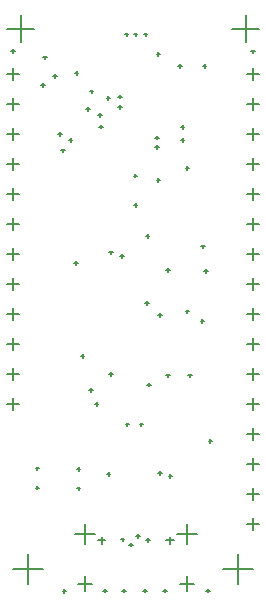
<source format=gbr>
%TF.GenerationSoftware,Altium Limited,Altium Designer,20.0.10 (225)*%
G04 Layer_Color=128*
%FSLAX26Y26*%
%MOIN*%
%TF.FileFunction,Drillmap*%
%TF.Part,Single*%
G01*
G75*
%TA.AperFunction,NonConductor*%
%ADD64C,0.005000*%
D64*
X812205Y246063D02*
X859449D01*
X835827Y222441D02*
Y269685D01*
X472047Y246063D02*
X519291D01*
X495669Y222441D02*
Y269685D01*
X802362Y410630D02*
X869291D01*
X835827Y377166D02*
Y444094D01*
X462205Y410630D02*
X529134D01*
X495669Y377166D02*
Y444094D01*
X766732Y389764D02*
X792323D01*
X779528Y376969D02*
Y402559D01*
X539173Y389764D02*
X564764D01*
X551968Y376969D02*
Y402559D01*
X986756Y2095173D02*
X1076756D01*
X1031756Y2050173D02*
Y2140173D01*
X236756Y2095173D02*
X326756D01*
X281756Y2050173D02*
Y2140173D01*
X256756Y295173D02*
X356756D01*
X306756Y245173D02*
Y345173D01*
X956756Y295173D02*
X1056756D01*
X1006756Y245173D02*
Y345173D01*
X1037071Y445173D02*
X1076441D01*
X1056756Y425488D02*
Y464858D01*
X1037071Y545173D02*
X1076441D01*
X1056756Y525488D02*
Y564858D01*
X1037071Y645173D02*
X1076441D01*
X1056756Y625488D02*
Y664858D01*
X1037071Y745173D02*
X1076441D01*
X1056756Y725488D02*
Y764858D01*
X1037071Y845173D02*
X1076441D01*
X1056756Y825488D02*
Y864858D01*
X1037071Y945173D02*
X1076441D01*
X1056756Y925488D02*
Y964858D01*
X1037071Y1045173D02*
X1076441D01*
X1056756Y1025488D02*
Y1064858D01*
X1037071Y1145173D02*
X1076441D01*
X1056756Y1125488D02*
Y1164858D01*
X1037071Y1245173D02*
X1076441D01*
X1056756Y1225488D02*
Y1264858D01*
X1037071Y1345173D02*
X1076441D01*
X1056756Y1325488D02*
Y1364858D01*
X1037071Y1445173D02*
X1076441D01*
X1056756Y1425488D02*
Y1464858D01*
X1037071Y1545173D02*
X1076441D01*
X1056756Y1525488D02*
Y1564858D01*
X1037071Y1645173D02*
X1076441D01*
X1056756Y1625488D02*
Y1664858D01*
X1037071Y1745173D02*
X1076441D01*
X1056756Y1725488D02*
Y1764858D01*
X1037071Y1845173D02*
X1076441D01*
X1056756Y1825488D02*
Y1864858D01*
X1037071Y1945173D02*
X1076441D01*
X1056756Y1925488D02*
Y1964858D01*
X237071Y845173D02*
X276441D01*
X256756Y825488D02*
Y864858D01*
X237071Y945173D02*
X276441D01*
X256756Y925488D02*
Y964858D01*
X237071Y1045173D02*
X276441D01*
X256756Y1025488D02*
Y1064858D01*
X237071Y1145173D02*
X276441D01*
X256756Y1125488D02*
Y1164858D01*
X237071Y1245173D02*
X276441D01*
X256756Y1225488D02*
Y1264858D01*
X237071Y1345173D02*
X276441D01*
X256756Y1325488D02*
Y1364858D01*
X237071Y1445173D02*
X276441D01*
X256756Y1425488D02*
Y1464858D01*
X237071Y1545173D02*
X276441D01*
X256756Y1525488D02*
Y1564858D01*
X237071Y1645173D02*
X276441D01*
X256756Y1625488D02*
Y1664858D01*
X237071Y1745173D02*
X276441D01*
X256756Y1725488D02*
Y1764858D01*
X237071Y1845173D02*
X276441D01*
X256756Y1825488D02*
Y1864858D01*
X237071Y1945173D02*
X276441D01*
X256756Y1925488D02*
Y1964858D01*
X643558Y375841D02*
X655369D01*
X649464Y369935D02*
Y381747D01*
X462585Y1948509D02*
X474396D01*
X468491Y1942603D02*
Y1954415D01*
X350591Y1908080D02*
X362402D01*
X356496Y1902175D02*
Y1913986D01*
X390945Y1937930D02*
X402756D01*
X396851Y1932024D02*
Y1943835D01*
X629095Y2077000D02*
X640905D01*
X635000Y2071095D02*
Y2082905D01*
X692503Y2077043D02*
X704313D01*
X698408Y2071137D02*
Y2082948D01*
X734799Y2011811D02*
X746610D01*
X740705Y2005906D02*
Y2017717D01*
X544082Y1768987D02*
X555893D01*
X549987Y1763082D02*
Y1774893D01*
X539779Y1807105D02*
X551590D01*
X545685Y1801199D02*
Y1813011D01*
X607048Y1869094D02*
X618859D01*
X612953Y1863189D02*
Y1875000D01*
X607047Y1835266D02*
X618858D01*
X612952Y1829360D02*
Y1841171D01*
X499994Y1828656D02*
X511805D01*
X505899Y1822751D02*
Y1834562D01*
X512795Y1886811D02*
X524606D01*
X518701Y1880906D02*
Y1892717D01*
X406693Y1745465D02*
X418504D01*
X412599Y1739559D02*
Y1751370D01*
X659449Y2076581D02*
X671260D01*
X665355Y2070675D02*
Y2082486D01*
X700598Y391961D02*
X712409D01*
X706504Y386056D02*
Y397867D01*
X615846Y393382D02*
X627657D01*
X621751Y387476D02*
Y399287D01*
X667095Y404000D02*
X678905D01*
X673000Y398094D02*
Y409906D01*
X510311Y891994D02*
X522122D01*
X516217Y886089D02*
Y897900D01*
X442913Y1724409D02*
X454724D01*
X448819Y1718504D02*
Y1730315D01*
X568302Y1864925D02*
X580113D01*
X574207Y1859020D02*
Y1870831D01*
X815756Y1724409D02*
X827567D01*
X821662Y1718504D02*
Y1730315D01*
X460635Y1313858D02*
X472446D01*
X466541Y1307953D02*
Y1319764D01*
X900150Y222737D02*
X911961D01*
X906056Y216831D02*
Y228642D01*
X421449Y221318D02*
X433260D01*
X427355Y215412D02*
Y227223D01*
X757537Y222737D02*
X769348D01*
X763442Y216831D02*
Y228642D01*
X691358Y222737D02*
X703169D01*
X697264Y216831D02*
Y228642D01*
X621153Y222737D02*
X632964D01*
X627058Y216831D02*
Y228642D01*
X557811Y222737D02*
X569622D01*
X563717Y216831D02*
Y228642D01*
X703927Y909216D02*
X715738D01*
X709832Y903311D02*
Y915122D01*
X482531Y1003940D02*
X494342D01*
X488437Y998035D02*
Y1009846D01*
X697130Y1181259D02*
X708941D01*
X703035Y1175353D02*
Y1187164D01*
X908461Y722009D02*
X920272D01*
X914367Y716104D02*
Y727915D01*
X468971Y563201D02*
X480782D01*
X474877Y557295D02*
Y569106D01*
X469275Y627974D02*
X481086D01*
X475180Y622069D02*
Y633880D01*
X568898Y610587D02*
X580709D01*
X574803Y604681D02*
Y616492D01*
X775402Y605381D02*
X787213D01*
X781308Y599475D02*
Y611286D01*
X840985Y939967D02*
X852796D01*
X846890Y934062D02*
Y945873D01*
X767713Y939967D02*
X779524D01*
X773619Y934062D02*
Y945873D01*
X739799Y1140862D02*
X751610D01*
X745705Y1134957D02*
Y1146768D01*
X881987Y1121505D02*
X893798D01*
X887893Y1115600D02*
Y1127411D01*
X613823Y1338214D02*
X625634D01*
X619729Y1332308D02*
Y1344119D01*
X699262Y1404321D02*
X711073D01*
X705168Y1398415D02*
Y1410226D01*
X576772Y945173D02*
X588583D01*
X582677Y939268D02*
Y951079D01*
X528933Y844075D02*
X540744D01*
X534839Y838169D02*
Y849981D01*
X356693Y2000000D02*
X368504D01*
X362598Y1994094D02*
Y2005906D01*
X678546Y776971D02*
X690357D01*
X684451Y771066D02*
Y782876D01*
X631890Y776971D02*
X643701D01*
X637795Y771066D02*
Y782876D01*
X739905Y613838D02*
X751716D01*
X745811Y607932D02*
Y619743D01*
X576772Y1350173D02*
X588583D01*
X582677Y1344268D02*
Y1356079D01*
X659298Y1507429D02*
X671109D01*
X665204Y1501523D02*
Y1513334D01*
X734799Y1591088D02*
X746610D01*
X740705Y1585182D02*
Y1596993D01*
X831997Y1153662D02*
X843808D01*
X837902Y1147756D02*
Y1159567D01*
X893682Y1288846D02*
X905493D01*
X899588Y1282940D02*
Y1294751D01*
X331614Y565886D02*
X343425D01*
X337520Y559980D02*
Y571791D01*
X331614Y629823D02*
X343425D01*
X337520Y623918D02*
Y635729D01*
X658228Y1606299D02*
X670039D01*
X664134Y1600394D02*
Y1612205D01*
X729887Y1701929D02*
X741698D01*
X735792Y1696024D02*
Y1707835D01*
X766424Y1291585D02*
X778235D01*
X772329Y1285679D02*
Y1297490D01*
X883072Y1369710D02*
X894883D01*
X888977Y1363804D02*
Y1375615D01*
X831997Y1631299D02*
X843808D01*
X837902Y1625394D02*
Y1637205D01*
X729887Y1732760D02*
X741698D01*
X735792Y1726854D02*
Y1738665D01*
X250851Y2021654D02*
X262661D01*
X256756Y2015748D02*
Y2027559D01*
X1050851Y2019685D02*
X1062661D01*
X1056756Y2013780D02*
Y2025591D01*
X889514Y1970473D02*
X901325D01*
X895420Y1964567D02*
Y1976378D01*
X815756Y1768618D02*
X827567D01*
X821662Y1762713D02*
Y1774524D01*
X416339Y1689961D02*
X428150D01*
X422244Y1684055D02*
Y1695866D01*
X807087Y1970473D02*
X818898D01*
X812992Y1964567D02*
Y1976378D01*
%TF.MD5,6c92b1b0325d9d8e45a433563f8a7dc0*%
M02*

</source>
